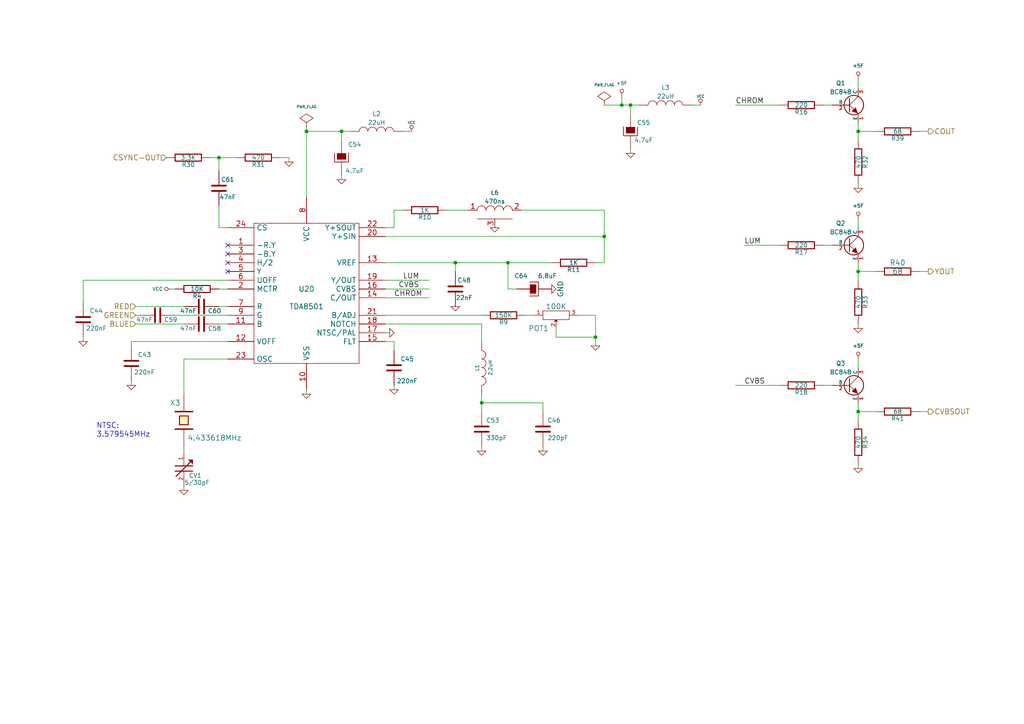
<source format=kicad_sch>
(kicad_sch (version 20250114) (generator "eeschema") (generator_version "9.0")
  (paper "A4")
  (title_block (title "Video") (date "Sun 22 Mar 2015") (rev "2.0B") (company "Kicad EDA"))
  (lib_symbols
    (symbol "video_schlib:+5F" (power) (pin_names (offset 0))
      (property "Value" "+5F" (at 0 2.54 0))
      (symbol "+5F_0_0"
        (pin power_in line (at 0 0 90) (length 0) (hide yes) (name "+5F") (number "1"))
      )
      (symbol "+5F_0_1"
        (circle (center 0 1.524) (radius 0.508))
        (polyline (pts (xy 0 0) (xy 0 1.016) (xy 0 1.016)))
      )
    )
    (symbol "video_schlib:C" (pin_numbers (hide yes)) (pin_names (offset 0.254))
      (property "Reference" "C" (at 0 2.54 0))
      (property "Value" "C" (at 0.1524 -2.159 0))
      (symbol "C_0_1"
        (polyline (pts (xy -2.032 0.762) (xy 2.032 0.762)) (stroke (width 0.508)))
        (polyline (pts (xy -2.032 -0.762) (xy 2.032 -0.762)) (stroke (width 0.508)))
      )
      (symbol "C_1_1"
        (pin passive line (at 0 5.08 270) (length 4.318) (name "~") (number "1"))
        (pin passive line (at 0 -5.08 90) (length 4.318) (name "~") (number "2"))
      )
    )
    (symbol "video_schlib:CP" (pin_numbers (hide yes)) (pin_names (offset 0.254) (hide yes))
      (property "Reference" "C" (at 1.27 2.54 0))
      (property "Value" "CP" (at 1.27 -2.54 0))
      (symbol "CP_0_1"
        (polyline (pts (xy -2.032 1.27) (xy -2.032 -1.27) (xy 2.032 -1.27) (xy 2.032 1.27)) (stroke (width 0.2032)))
        (polyline (pts (xy -1.27 1.27) (xy -1.27 -0.508) (xy 1.27 -0.508) (xy 1.27 1.27)) (fill (type outline)))
      )
      (symbol "CP_1_1"
        (pin passive line (at 0 5.08 270) (length 3.81) (name "~") (number "1"))
        (pin passive line (at 0 -5.08 90) (length 3.81) (name "~") (number "2"))
      )
    )
    (symbol "video_schlib:CRYSTAL" (pin_numbers (hide yes)) (pin_names (offset 1.016) (hide yes))
      (property "Reference" "X" (at 0 3.81 0))
      (property "Value" "CRYSTAL" (at 0 -3.81 0))
      (symbol "CRYSTAL_0_1"
        (polyline (pts (xy -2.54 2.54) (xy -2.54 -2.54)) (stroke (width 0.4064)))
        (polyline (pts (xy -1.27 1.27) (xy 1.27 1.27) (xy 1.27 -1.27) (xy -1.27 -1.27) (xy -1.27 1.27)) (stroke (width 0.3048)) (fill (type background)))
        (polyline (pts (xy 2.54 2.54) (xy 2.54 -2.54)) (stroke (width 0.4064)))
      )
      (symbol "CRYSTAL_1_1"
        (pin passive line (at -7.62 0 0) (length 5.08) (name "1") (number "1"))
        (pin passive line (at 7.62 0 180) (length 5.08) (name "2") (number "2"))
      )
    )
    (symbol "video_schlib:CTRIM" (pin_names (offset 0.254))
      (property "Reference" "C" (at 3.302 -2.032 0))
      (property "Value" "CTRIM" (at 3.81 -4.064 0))
      (symbol "CTRIM_0_1"
        (polyline (pts (xy -2.54 0.762) (xy 2.54 0.762)) (stroke (width 0.3048)))
        (polyline (pts (xy -2.54 -0.762) (xy 2.54 -0.762)) (stroke (width 0.3048)))
        (polyline (pts (xy -2.286 -2.286) (xy 1.905 1.905)) (stroke (width 0.3048)))
        (polyline (pts (xy 1.27 2.54) (xy 2.54 2.54) (xy 2.54 1.27)) (fill (type outline)))
      )
      (symbol "CTRIM_1_1"
        (pin passive line (at 0 5.08 270) (length 4.318) (name "~") (number "1"))
        (pin passive line (at 0 -5.08 90) (length 4.318) (name "~") (number "2"))
      )
    )
    (symbol "video_schlib:GND" (power) (pin_names (offset 0))
      (symbol "GND_0_1"
        (polyline (pts (xy -1.27 0) (xy 0 -1.27) (xy 1.27 0) (xy -1.27 0)))
      )
      (symbol "GND_1_1"
        (pin power_in line (at 0 0 90) (length 0) (hide yes) (name "GND") (number "1"))
      )
    )
    (symbol "video_schlib:INDUCTOR" (pin_numbers (hide yes)) (pin_names (offset 1.016) (hide yes))
      (property "Reference" "L" (at -1.27 0 90))
      (property "Value" "INDUCTOR" (at 2.54 0 90))
      (symbol "INDUCTOR_0_1"
        (arc (start 0.0254 4.9784) (mid 1.1942 3.7719) (end 0.0254 2.5654))
        (arc (start 0.0254 2.5908) (mid 1.2704 1.3081) (end 0.0254 0.0254))
        (arc (start 0.0254 0.0508) (mid 1.2704 -1.2319) (end 0.0254 -2.5146))
        (arc (start 0.0254 -2.54) (mid 1.245 -3.7973) (end 0.0254 -5.0546))
      )
      (symbol "INDUCTOR_1_1"
        (pin passive line (at 0 7.62 270) (length 2.54) (name "1") (number "1"))
        (pin passive line (at 0 -7.62 90) (length 2.54) (name "2") (number "2"))
      )
    )
    (symbol "video_schlib:LIGNE_A_RETARD" (pin_names (offset 1.016) (hide yes))
      (property "Reference" "L" (at 0 2.54 0))
      (property "Value" "LIGNE_A_RETARD" (at 0 -2.54 0))
      (symbol "LIGNE_A_RETARD_0_1"
        (polyline (pts (xy -2.54 5.08) (xy -2.54 -5.08)))
        (arc (start 1.27 3.81) (mid 0.8839 2.9337) (end 0 2.5654))
        (arc (start 1.27 1.27) (mid 0.8839 0.3937) (end 0 0.0254))
        (arc (start 1.27 -1.27) (mid 0.8839 -2.1463) (end 0 -2.5146))
        (arc (start 1.27 -3.81) (mid 0.8839 -4.6863) (end 0 -5.0546))
        (arc (start 0 5.08) (mid 0.898 4.708) (end 1.27 3.81))
        (arc (start 0 2.54) (mid 0.898 2.168) (end 1.27 1.27))
        (arc (start 0 0) (mid 0.898 -0.372) (end 1.27 -1.27))
        (arc (start 0 -2.54) (mid 0.898 -2.912) (end 1.27 -3.81))
      )
      (symbol "LIGNE_A_RETARD_1_1"
        (pin input line (at -5.08 0 0) (length 2.54) (name "COMMUN") (number "3"))
        (pin passive line (at 0 7.62 270) (length 2.54) (name "1") (number "1"))
        (pin passive line (at 0 -7.62 90) (length 2.54) (name "2") (number "2"))
      )
    )
    (symbol "video_schlib:NPN" (pin_names (offset 0))
      (property "Reference" "Q" (at 0 -3.81 0))
      (property "Value" "NPN" (at 0 3.81 0))
      (symbol "NPN_0_1"
        (polyline (pts (xy 0 1.905) (xy 0 -1.905) (xy 0 -1.905)) (stroke (width 0.254)))
        (polyline (pts (xy 0 0) (xy 2.54 2.54)))
        (circle (center 1.27 0) (radius 2.8194) (stroke (width 0.254)))
        (polyline (pts (xy 1.27 -1.27) (xy 0 0) (xy 0 0)))
        (polyline (pts (xy 2.286 -2.286) (xy 2.54 -2.54) (xy 2.54 -2.54)))
        (polyline (pts (xy 2.286 -2.286) (xy 1.778 -0.762) (xy 0.762 -1.778) (xy 2.286 -2.286) (xy 2.286 -2.286)) (fill (type outline)))
      )
      (symbol "NPN_1_1"
        (pin input line (at -5.08 0 0) (length 5.08) (name "B") (number "2"))
        (pin passive line (at 2.54 5.08 270) (length 2.54) (name "C") (number "3"))
        (pin passive line (at 2.54 -5.08 90) (length 2.54) (name "E") (number "1"))
      )
    )
    (symbol "video_schlib:POT" (pin_names (offset 1.016) (hide yes))
      (property "Reference" "RV" (at 0 -2.54 0))
      (property "Value" "POT" (at 0 0 0))
      (symbol "POT_0_1"
        (rectangle (start -3.81 1.27) (end 3.81 -1.27))
        (polyline (pts (xy 0 1.27) (xy -0.508 1.778) (xy 0.508 1.778)) (fill (type outline)))
      )
      (symbol "POT_1_1"
        (pin passive line (at -6.35 0 0) (length 2.54) (name "1") (number "1"))
        (pin passive line (at 0 3.81 270) (length 2.032) (name "2") (number "2"))
        (pin passive line (at 6.35 0 180) (length 2.54) (name "3") (number "3"))
      )
    )
    (symbol "video_schlib:PWR_FLAG" (power) (pin_numbers (hide yes)) (pin_names (offset 0) (hide yes))
      (property "Value" "PWR_FLAG" (at 0 4.572 0))
      (symbol "PWR_FLAG_0_0"
        (pin power_out line (at 0 0 90) (length 0) (name "pwr") (number "1"))
      )
      (symbol "PWR_FLAG_0_1"
        (polyline (pts (xy 0 0) (xy 0 1.27) (xy -1.905 2.54) (xy 0 3.81) (xy 1.905 2.54) (xy 0 1.27)))
      )
    )
    (symbol "video_schlib:R" (pin_numbers (hide yes)) (pin_names (offset 0))
      (property "Reference" "R" (at 2.032 0 90))
      (property "Value" "R" (at 0.1778 0.0254 90))
      (symbol "R_0_1"
        (rectangle (start -1.016 3.81) (end 1.016 -3.81) (stroke (width 0.3048)))
      )
      (symbol "R_1_1"
        (pin passive line (at 0 6.35 270) (length 2.54) (name "~") (number "1"))
        (pin passive line (at 0 -6.35 90) (length 2.54) (name "~") (number "2"))
      )
    )
    (symbol "video_schlib:TDA8501" (pin_names (offset 0.762))
      (property "Reference" "U" (at 8.89 24.13 0))
      (property "Value" "TDA8501" (at 8.89 -21.59 0))
      (symbol "TDA8501_0_1"
        (rectangle (start -15.24 21.59) (end 15.24 -19.05))
      )
      (symbol "TDA8501_1_1"
        (pin input line (at -22.86 20.32 0) (length 7.62) (name "CS") (number "24"))
        (pin input line (at -22.86 15.24 0) (length 7.62) (name "-R.Y") (number "1"))
        (pin input line (at -22.86 12.7 0) (length 7.62) (name "-B.Y") (number "3"))
        (pin bidirectional line (at -22.86 10.16 0) (length 7.62) (name "H/2") (number "4"))
        (pin input line (at -22.86 7.62 0) (length 7.62) (name "Y") (number "5"))
        (pin output line (at -22.86 5.08 0) (length 7.62) (name "UOFF") (number "6"))
        (pin input line (at -22.86 2.54 0) (length 7.62) (name "MCTR") (number "2"))
        (pin input line (at -22.86 -2.54 0) (length 7.62) (name "R") (number "7"))
        (pin input line (at -22.86 -5.08 0) (length 7.62) (name "G") (number "9"))
        (pin input line (at -22.86 -7.62 0) (length 7.62) (name "B") (number "11"))
        (pin output line (at -22.86 -12.7 0) (length 7.62) (name "VOFF") (number "12"))
        (pin output line (at -22.86 -17.78 0) (length 7.62) (name "OSC") (number "23"))
        (pin input line (at 0 29.21 270) (length 7.62) (name "VCC") (number "8"))
        (pin input line (at 0 -26.67 90) (length 7.62) (name "VSS") (number "10"))
        (pin output line (at 22.86 20.32 180) (length 7.62) (name "Y+SOUT") (number "22"))
        (pin input line (at 22.86 17.78 180) (length 7.62) (name "Y+SIN") (number "20"))
        (pin output line (at 22.86 10.16 180) (length 7.62) (name "VREF") (number "13"))
        (pin output line (at 22.86 5.08 180) (length 7.62) (name "Y/OUT") (number "19"))
        (pin output line (at 22.86 2.54 180) (length 7.62) (name "CVBS") (number "16"))
        (pin output line (at 22.86 0 180) (length 7.62) (name "C/OUT") (number "14"))
        (pin passive line (at 22.86 -5.08 180) (length 7.62) (name "B/ADJ") (number "21"))
        (pin input line (at 22.86 -7.62 180) (length 7.62) (name "NOTCH") (number "18"))
        (pin input line (at 22.86 -10.16 180) (length 7.62) (name "NTSC/PAL") (number "17"))
        (pin passive line (at 22.86 -12.7 180) (length 7.62) (name "FLT") (number "15"))
      )
    )
    (symbol "video_schlib:VCC" (power) (pin_names (offset 0))
      (property "Value" "VCC" (at 0 2.54 0))
      (symbol "VCC_0_0"
        (pin power_in line (at 0 0 90) (length 0) (hide yes) (name "VCC") (number "1"))
      )
      (symbol "VCC_0_1"
        (circle (center 0 1.27) (radius 0.508))
        (polyline (pts (xy 0 0) (xy 0 0.762) (xy 0 0.762)))
      )
    )
  )
  (text "3.579545MHz" (at 27.94 127 0) (effects (font (size 1.524 1.524)) (justify left bottom)))
  (text "NTSC:" (at 27.94 124.46 0) (effects (font (size 1.524 1.524)) (justify left bottom)))
  (junction (at 99.06 38.1) (diameter 0.9144))
  (junction (at 182.88 30.48) (diameter 0.9144))
  (junction (at 175.26 68.58) (diameter 0.9144))
  (junction (at 180.34 30.48) (diameter 0.9144))
  (junction (at 147.32 76.2) (diameter 0.9144))
  (junction (at 248.92 38.1) (diameter 0.9144))
  (junction (at 63.5 45.72) (diameter 0.9144))
  (junction (at 132.08 76.2) (diameter 0.9144))
  (junction (at 172.72 97.79) (diameter 0.9144))
  (junction (at 139.7 116.84) (diameter 0.9144))
  (junction (at 88.9 38.1) (diameter 0.9144))
  (junction (at 248.92 119.38) (diameter 0.9144))
  (junction (at 248.92 78.74) (diameter 0.9144))
  (no_connect (at 66.04 76.2))
  (no_connect (at 66.04 73.66))
  (no_connect (at 66.04 78.74))
  (no_connect (at 66.04 71.12))
  (wire (pts (xy 147.32 83.82) (xy 149.86 83.82)))
  (wire (pts (xy 66.04 81.28) (xy 24.13 81.28)))
  (wire (pts (xy 248.92 116.84) (xy 248.92 119.38)))
  (wire (pts (xy 139.7 93.98) (xy 139.7 99.06)))
  (wire (pts (xy 99.06 38.1) (xy 101.6 38.1)))
  (wire (pts (xy 111.76 83.82) (xy 124.46 83.82)))
  (wire (pts (xy 175.26 68.58) (xy 175.26 76.2)))
  (wire (pts (xy 38.1 99.06) (xy 66.04 99.06)))
  (wire (pts (xy 114.3 99.06) (xy 114.3 101.6)))
  (wire (pts (xy 248.92 76.2) (xy 248.92 78.74)))
  (wire (pts (xy 88.9 114.3) (xy 88.9 113.03)))
  (wire (pts (xy 38.1 111.76) (xy 38.1 110.49)))
  (wire (pts (xy 157.48 119.38) (xy 157.48 116.84)))
  (wire (pts (xy 132.08 76.2) (xy 132.08 78.74)))
  (wire (pts (xy 66.04 104.14) (xy 53.34 104.14)))
  (wire (pts (xy 180.34 30.48) (xy 182.88 30.48)))
  (wire (pts (xy 248.92 104.14) (xy 248.92 106.68)))
  (wire (pts (xy 53.34 130.81) (xy 53.34 129.54)))
  (wire (pts (xy 182.88 44.45) (xy 182.88 43.18)))
  (wire (pts (xy 266.7 119.38) (xy 269.24 119.38)))
  (wire (pts (xy 215.9 71.12) (xy 226.06 71.12)))
  (wire (pts (xy 116.84 60.96) (xy 114.3 60.96)))
  (wire (pts (xy 83.82 45.72) (xy 81.28 45.72)))
  (wire (pts (xy 111.76 86.36) (xy 124.46 86.36)))
  (wire (pts (xy 175.26 60.96) (xy 175.26 68.58)))
  (wire (pts (xy 147.32 76.2) (xy 147.32 83.82)))
  (wire (pts (xy 172.72 97.79) (xy 172.72 91.44)))
  (wire (pts (xy 248.92 22.86) (xy 248.92 25.4)))
  (wire (pts (xy 88.9 36.83) (xy 88.9 38.1)))
  (wire (pts (xy 139.7 114.3) (xy 139.7 116.84)))
  (wire (pts (xy 111.76 76.2) (xy 132.08 76.2)))
  (wire (pts (xy 157.48 116.84) (xy 139.7 116.84)))
  (wire (pts (xy 40.64 91.44) (xy 39.37 91.44)))
  (wire (pts (xy 99.06 38.1) (xy 99.06 40.64)))
  (wire (pts (xy 248.92 119.38) (xy 248.92 121.92)))
  (wire (pts (xy 88.9 38.1) (xy 88.9 57.15)))
  (wire (pts (xy 248.92 63.5) (xy 248.92 66.04)))
  (wire (pts (xy 88.9 38.1) (xy 99.06 38.1)))
  (wire (pts (xy 99.06 52.07) (xy 99.06 50.8)))
  (wire (pts (xy 66.04 88.9) (xy 63.5 88.9)))
  (wire (pts (xy 24.13 99.06) (xy 24.13 97.79)))
  (wire (pts (xy 161.29 97.79) (xy 172.72 97.79)))
  (wire (pts (xy 63.5 45.72) (xy 68.58 45.72)))
  (wire (pts (xy 266.7 78.74) (xy 269.24 78.74)))
  (wire (pts (xy 114.3 113.03) (xy 114.3 111.76)))
  (wire (pts (xy 114.3 60.96) (xy 114.3 66.04)))
  (wire (pts (xy 161.29 95.25) (xy 161.29 97.79)))
  (wire (pts (xy 114.3 66.04) (xy 111.76 66.04)))
  (wire (pts (xy 111.76 81.28) (xy 124.46 81.28)))
  (wire (pts (xy 49.53 83.82) (xy 50.8 83.82)))
  (wire (pts (xy 213.36 111.76) (xy 226.06 111.76)))
  (wire (pts (xy 182.88 30.48) (xy 182.88 33.02)))
  (wire (pts (xy 152.4 91.44) (xy 154.94 91.44)))
  (wire (pts (xy 248.92 38.1) (xy 254 38.1)))
  (wire (pts (xy 63.5 66.04) (xy 66.04 66.04)))
  (wire (pts (xy 172.72 91.44) (xy 167.64 91.44)))
  (wire (pts (xy 116.84 38.1) (xy 119.38 38.1)))
  (wire (pts (xy 111.76 93.98) (xy 139.7 93.98)))
  (wire (pts (xy 139.7 130.81) (xy 139.7 129.54)))
  (wire (pts (xy 113.03 96.52) (xy 111.76 96.52)))
  (wire (pts (xy 53.34 93.98) (xy 39.37 93.98)))
  (wire (pts (xy 132.08 76.2) (xy 147.32 76.2)))
  (wire (pts (xy 248.92 38.1) (xy 248.92 40.64)))
  (wire (pts (xy 248.92 35.56) (xy 248.92 38.1)))
  (wire (pts (xy 248.92 78.74) (xy 248.92 81.28)))
  (wire (pts (xy 175.26 76.2) (xy 172.72 76.2)))
  (wire (pts (xy 238.76 71.12) (xy 241.3 71.12)))
  (wire (pts (xy 269.24 38.1) (xy 266.7 38.1)))
  (wire (pts (xy 53.34 88.9) (xy 39.37 88.9)))
  (wire (pts (xy 63.5 45.72) (xy 63.5 49.53)))
  (wire (pts (xy 66.04 93.98) (xy 63.5 93.98)))
  (wire (pts (xy 111.76 99.06) (xy 114.3 99.06)))
  (wire (pts (xy 66.04 91.44) (xy 50.8 91.44)))
  (wire (pts (xy 248.92 95.25) (xy 248.92 93.98)))
  (wire (pts (xy 238.76 111.76) (xy 241.3 111.76)))
  (wire (pts (xy 248.92 135.89) (xy 248.92 134.62)))
  (wire (pts (xy 83.82 46.99) (xy 83.82 45.72)))
  (wire (pts (xy 151.13 60.96) (xy 175.26 60.96)))
  (wire (pts (xy 200.66 30.48) (xy 203.2 30.48)))
  (wire (pts (xy 63.5 59.69) (xy 63.5 66.04)))
  (wire (pts (xy 24.13 81.28) (xy 24.13 87.63)))
  (wire (pts (xy 248.92 54.61) (xy 248.92 53.34)))
  (wire (pts (xy 248.92 78.74) (xy 254 78.74)))
  (wire (pts (xy 213.36 30.48) (xy 226.06 30.48)))
  (wire (pts (xy 111.76 91.44) (xy 139.7 91.44)))
  (wire (pts (xy 147.32 76.2) (xy 160.02 76.2)))
  (wire (pts (xy 111.76 68.58) (xy 175.26 68.58)))
  (wire (pts (xy 172.72 100.33) (xy 172.72 97.79)))
  (wire (pts (xy 38.1 100.33) (xy 38.1 99.06)))
  (wire (pts (xy 248.92 119.38) (xy 254 119.38)))
  (wire (pts (xy 180.34 30.48) (xy 180.34 27.94)))
  (wire (pts (xy 238.76 30.48) (xy 241.3 30.48)))
  (wire (pts (xy 63.5 83.82) (xy 66.04 83.82)))
  (wire (pts (xy 60.96 45.72) (xy 63.5 45.72)))
  (wire (pts (xy 182.88 30.48) (xy 185.42 30.48)))
  (wire (pts (xy 139.7 116.84) (xy 139.7 119.38)))
  (wire (pts (xy 53.34 104.14) (xy 53.34 114.3)))
  (wire (pts (xy 129.54 60.96) (xy 135.89 60.96)))
  (wire (pts (xy 175.26 30.48) (xy 180.34 30.48)))
  (wire (pts (xy 53.34 142.24) (xy 53.34 140.97)))
  (wire (pts (xy 157.48 129.54) (xy 157.48 130.81)))
  (label "CHROM" (at 114.3 86.36 0) (effects (font (size 1.524 1.524))))
  (label "LUM" (at 116.84 81.28 0) (effects (font (size 1.524 1.524))))
  (label "CVBS" (at 115.57 83.82 0) (effects (font (size 1.524 1.524))))
  (label "CVBS" (at 215.9 111.76 0) (effects (font (size 1.524 1.524))))
  (label "LUM" (at 215.9 71.12 0) (effects (font (size 1.524 1.524))))
  (label "CHROM" (at 213.36 30.48 0) (effects (font (size 1.524 1.524))))
  (hierarchical_label "BLUE" (shape input) (at 39.37 93.98 180) (effects (font (size 1.524 1.524))))
  (hierarchical_label "COUT" (shape output) (at 269.24 38.1 0) (effects (font (size 1.524 1.524))))
  (hierarchical_label "CVBSOUT" (shape output) (at 269.24 119.38 0) (effects (font (size 1.524 1.524))))
  (hierarchical_label "CSYNC-OUT" (shape input) (at 48.26 45.72 180) (effects (font (size 1.524 1.524))))
  (hierarchical_label "YOUT" (shape output) (at 269.24 78.74 0) (effects (font (size 1.524 1.524))))
  (hierarchical_label "RED" (shape input) (at 39.37 88.9 180) (effects (font (size 1.524 1.524))))
  (hierarchical_label "GREEN" (shape input) (at 39.37 91.44 180) (effects (font (size 1.524 1.524))))
  (symbol (lib_id "video_schlib:TDA8501") (at 88.9 86.36 0) (unit 1)
    (property "Reference" "U20" (at 88.9 83.82 0) (effects (font (size 1.524 1.524))))
    (property "Value" "TDA8501" (at 88.9 88.9 0) (effects (font (size 1.524 1.524))))
    (property "Footprint" "Package_SO:SOIC-24W_7.5x15.4mm_P1.27mm" (effects (hide yes)))
  )
  (symbol (lib_id "video_schlib:C") (at 58.42 93.98 270) (unit 1)
    (property "Reference" "C58" (at 62.23 95.25 90))
    (property "Value" "47nF" (at 54.61 95.25 90))
    (property "Footprint" "Resistor_SMD:R_1206_3216Metric_Pad1.24x1.80mm_HandSolder" (effects (hide yes)))
  )
  (symbol (lib_id "video_schlib:C") (at 45.72 91.44 270) (unit 1)
    (property "Reference" "C59" (at 49.53 92.71 90))
    (property "Value" "47nF" (at 41.91 92.71 90))
    (property "Footprint" "Resistor_SMD:R_1206_3216Metric_Pad1.24x1.80mm_HandSolder" (effects (hide yes)))
  )
  (symbol (lib_id "video_schlib:C") (at 58.42 88.9 270) (unit 1)
    (property "Reference" "C60" (at 62.23 90.17 90))
    (property "Value" "47nF" (at 54.61 90.17 90))
    (property "Footprint" "Resistor_SMD:R_1206_3216Metric_Pad1.24x1.80mm_HandSolder" (effects (hide yes)))
  )
  (symbol (lib_id "video_schlib:GND") (at 88.9 114.3 0) (unit 1)
    (property "Reference" "#GND012" (effects (hide yes)))
    (property "Value" "GND" (effects (hide yes)))
  )
  (symbol (lib_id "video_schlib:INDUCTOR") (at 109.22 38.1 270) (mirror x) (unit 1)
    (property "Reference" "L2" (at 109.22 33.02 90))
    (property "Value" "22uH" (at 109.22 35.56 90))
    (property "Footprint" "Resistor_SMD:R_1812_4532Metric_Pad1.24x3.50mm_HandSolder" (effects (hide yes)))
  )
  (symbol (lib_id "video_schlib:CP") (at 99.06 45.72 0) (unit 1)
    (property "Reference" "C54" (at 102.87 41.91 0))
    (property "Value" "4.7uF" (at 102.87 49.53 0))
    (property "Footprint" "Resistor_SMD:R_1206_3216Metric_Pad1.24x1.80mm_HandSolder" (effects (hide yes)))
  )
  (symbol (lib_id "video_schlib:GND") (at 99.06 52.07 0) (unit 1)
    (property "Reference" "#GND013" (effects (hide yes)))
    (property "Value" "GND" (effects (hide yes)))
  )
  (symbol (lib_id "video_schlib:R") (at 123.19 60.96 270) (unit 1)
    (property "Reference" "R10" (at 123.19 62.992 90))
    (property "Value" "1K" (at 123.19 60.96 90))
    (property "Footprint" "Resistor_SMD:R_1206_3216Metric_Pad1.24x1.80mm_HandSolder" (effects (hide yes)))
  )
  (symbol (lib_id "video_schlib:C") (at 63.5 54.61 0) (unit 1)
    (property "Reference" "C61" (at 66.04 52.07 0))
    (property "Value" "47nF" (at 66.04 57.15 0))
    (property "Footprint" "Resistor_SMD:R_1206_3216Metric_Pad1.24x1.80mm_HandSolder" (effects (hide yes)))
  )
  (symbol (lib_id "video_schlib:C") (at 38.1 105.41 0) (unit 1)
    (property "Reference" "C43" (at 41.91 102.87 0))
    (property "Value" "220nF" (at 41.91 107.95 0))
    (property "Footprint" "Resistor_SMD:R_1206_3216Metric_Pad1.24x1.80mm_HandSolder" (effects (hide yes)))
  )
  (symbol (lib_id "video_schlib:GND") (at 38.1 111.76 0) (unit 1)
    (property "Reference" "#GND014" (effects (hide yes)))
    (property "Value" "GND" (effects (hide yes)))
  )
  (symbol (lib_id "video_schlib:C") (at 24.13 92.71 0) (unit 1)
    (property "Reference" "C44" (at 27.94 90.17 0))
    (property "Value" "220nF" (at 27.94 95.25 0))
    (property "Footprint" "Resistor_SMD:R_1206_3216Metric_Pad1.24x1.80mm_HandSolder" (effects (hide yes)))
  )
  (symbol (lib_id "video_schlib:GND") (at 24.13 99.06 0) (unit 1)
    (property "Reference" "#GND015" (effects (hide yes)))
    (property "Value" "GND" (effects (hide yes)))
  )
  (symbol (lib_id "video_schlib:CRYSTAL") (at 53.34 121.92 90) (unit 1)
    (property "Reference" "X3" (at 50.8 116.84 90) (effects (font (size 1.524 1.524))))
    (property "Value" "4.433618MHz" (at 62.23 127 90) (effects (font (size 1.524 1.524))))
    (property "Footprint" "Crystal:Crystal_HC18-U_Horizontal" (effects (hide yes)))
  )
  (symbol (lib_id "video_schlib:CTRIM") (at 53.34 135.89 0) (unit 1)
    (property "Reference" "CV1" (at 56.642 137.922 0))
    (property "Value" "5/30pF" (at 57.15 139.954 0))
    (property "Footprint" "Discret:CV3-30PF" (effects (hide yes)))
  )
  (symbol (lib_id "video_schlib:GND") (at 53.34 142.24 0) (unit 1)
    (property "Reference" "#GND016" (effects (hide yes)))
    (property "Value" "GND" (effects (hide yes)))
  )
  (symbol (lib_id "video_schlib:R") (at 166.37 76.2 270) (unit 1)
    (property "Reference" "R11" (at 166.37 78.232 90))
    (property "Value" "1K" (at 166.37 76.2 90))
    (property "Footprint" "Resistor_SMD:R_1206_3216Metric_Pad1.24x1.80mm_HandSolder" (effects (hide yes)))
  )
  (symbol (lib_id "video_schlib:CP") (at 154.94 83.82 90) (unit 1)
    (property "Reference" "C64" (at 151.13 80.01 90))
    (property "Value" "6,8uF" (at 158.75 80.01 90))
    (property "Footprint" "Resistor_SMD:R_1210_3225Metric_Pad1.24x2.70mm_HandSolder" (effects (hide yes)))
  )
  (symbol (lib_id "video_schlib:GND") (at 160.02 83.82 90) (unit 1)
    (property "Reference" "#GND017" (effects (hide yes)))
    (property "Value" "GND" (at 162.56 83.82 0) (effects (font (size 1.524 1.524))))
  )
  (symbol (lib_id "video_schlib:C") (at 132.08 83.82 180) (unit 1)
    (property "Reference" "C48" (at 134.62 81.28 0))
    (property "Value" "22nF" (at 134.62 86.36 0))
    (property "Footprint" "Resistor_SMD:R_1206_3216Metric_Pad1.24x1.80mm_HandSolder" (effects (hide yes)))
  )
  (symbol (lib_id "video_schlib:GND") (at 132.08 88.9 0) (unit 1)
    (property "Reference" "#GND018" (effects (hide yes)))
    (property "Value" "GND" (effects (hide yes)))
  )
  (symbol (lib_id "video_schlib:C") (at 114.3 106.68 0) (unit 1)
    (property "Reference" "C45" (at 118.11 104.14 0))
    (property "Value" "220nF" (at 118.11 110.49 0))
    (property "Footprint" "Resistor_SMD:R_1206_3216Metric_Pad1.24x1.80mm_HandSolder" (effects (hide yes)))
  )
  (symbol (lib_id "video_schlib:GND") (at 114.3 113.03 0) (unit 1)
    (property "Reference" "#GND019" (effects (hide yes)))
    (property "Value" "GND" (effects (hide yes)))
  )
  (symbol (lib_id "video_schlib:R") (at 74.93 45.72 270) (unit 1)
    (property "Reference" "R31" (at 74.93 47.752 90))
    (property "Value" "470" (at 74.93 45.72 90))
    (property "Footprint" "Resistor_SMD:R_1206_3216Metric_Pad1.24x1.80mm_HandSolder" (effects (hide yes)))
  )
  (symbol (lib_id "video_schlib:R") (at 54.61 45.72 270) (unit 1)
    (property "Reference" "R30" (at 54.61 47.752 90))
    (property "Value" "3,3K" (at 54.61 45.72 90))
    (property "Footprint" "Resistor_SMD:R_1206_3216Metric_Pad1.24x1.80mm_HandSolder" (effects (hide yes)))
  )
  (symbol (lib_id "video_schlib:GND") (at 83.82 46.99 0) (unit 1)
    (property "Reference" "#GND020" (effects (hide yes)))
    (property "Value" "GND" (effects (hide yes)))
  )
  (symbol (lib_id "video_schlib:INDUCTOR") (at 139.7 106.68 0) (unit 1)
    (property "Reference" "L1" (at 138.43 106.68 90) (effects (font (size 1.016 1.016))))
    (property "Value" "2,2uH" (at 142.24 106.68 90) (effects (font (size 1.016 1.016))))
    (property "Footprint" "Resistor_SMD:R_1812_4532Metric_Pad1.24x3.50mm_HandSolder" (effects (hide yes)))
  )
  (symbol (lib_id "video_schlib:C") (at 139.7 124.46 0) (unit 1)
    (property "Reference" "C53" (at 140.97 121.92 0) (effects (justify left)))
    (property "Value" "330pF" (at 140.97 127 0) (effects (justify left)))
    (property "Footprint" "Resistor_SMD:R_1206_3216Metric_Pad1.24x1.80mm_HandSolder" (effects (hide yes)))
  )
  (symbol (lib_id "video_schlib:C") (at 157.48 124.46 0) (unit 1)
    (property "Reference" "C46" (at 158.75 121.92 0) (effects (justify left)))
    (property "Value" "220pF" (at 158.75 127 0) (effects (justify left)))
    (property "Footprint" "Resistor_SMD:R_1206_3216Metric_Pad1.24x1.80mm_HandSolder" (effects (hide yes)))
  )
  (symbol (lib_id "video_schlib:GND") (at 139.7 130.81 0) (unit 1)
    (property "Reference" "#GND021" (effects (hide yes)))
    (property "Value" "GND" (effects (hide yes)))
  )
  (symbol (lib_id "video_schlib:GND") (at 157.48 130.81 0) (unit 1)
    (property "Reference" "#GND022" (effects (hide yes)))
    (property "Value" "GND" (effects (hide yes)))
  )
  (symbol (lib_id "video_schlib:NPN") (at 246.38 30.48 0) (unit 1)
    (property "Reference" "Q1" (at 243.84 24.13 0))
    (property "Value" "BC848" (at 243.84 26.67 0))
    (property "Footprint" "lib_smd:SOT23EBC" (effects (hide yes)))
  )
  (symbol (lib_id "video_schlib:R") (at 232.41 30.48 270) (unit 1)
    (property "Reference" "R16" (at 232.41 32.512 90))
    (property "Value" "220" (at 232.41 30.48 90))
    (property "Footprint" "Resistor_SMD:R_1206_3216Metric_Pad1.24x1.80mm_HandSolder" (effects (hide yes)))
  )
  (symbol (lib_id "video_schlib:R") (at 248.92 46.99 0) (unit 1)
    (property "Reference" "R32" (at 250.952 46.99 90))
    (property "Value" "470" (at 248.92 46.99 90))
    (property "Footprint" "Resistor_SMD:R_1206_3216Metric_Pad1.24x1.80mm_HandSolder" (effects (hide yes)))
  )
  (symbol (lib_id "video_schlib:R") (at 260.35 38.1 270) (unit 1)
    (property "Reference" "R39" (at 260.35 40.132 90))
    (property "Value" "68" (at 260.35 38.1 90))
    (property "Footprint" "Resistor_SMD:R_1206_3216Metric_Pad1.24x1.80mm_HandSolder" (effects (hide yes)))
  )
  (symbol (lib_id "video_schlib:GND") (at 248.92 54.61 0) (unit 1)
    (property "Reference" "#GND023" (effects (hide yes)))
    (property "Value" "GND" (effects (hide yes)))
  )
  (symbol (lib_id "video_schlib:INDUCTOR") (at 193.04 30.48 270) (mirror x) (unit 1)
    (property "Reference" "L3" (at 193.04 25.4 90))
    (property "Value" "22uH" (at 193.04 27.94 90))
    (property "Footprint" "Resistor_SMD:R_1812_4532Metric_Pad1.24x3.50mm_HandSolder" (effects (hide yes)))
  )
  (symbol (lib_id "video_schlib:CP") (at 182.88 38.1 0) (unit 1)
    (property "Reference" "C55" (at 186.69 35.56 0))
    (property "Value" "4.7uF" (at 186.69 40.64 0))
    (property "Footprint" "Resistor_SMD:R_1210_3225Metric_Pad1.24x2.70mm_HandSolder" (effects (hide yes)))
  )
  (symbol (lib_id "video_schlib:GND") (at 182.88 44.45 0) (unit 1)
    (property "Reference" "#GND024" (effects (hide yes)))
    (property "Value" "GND" (effects (hide yes)))
  )
  (symbol (lib_id "video_schlib:NPN") (at 246.38 71.12 0) (unit 1)
    (property "Reference" "Q2" (at 243.84 64.77 0))
    (property "Value" "BC848" (at 243.84 67.31 0))
    (property "Footprint" "lib_smd:SOT23EBC" (effects (hide yes)))
  )
  (symbol (lib_id "video_schlib:GND") (at 248.92 95.25 0) (unit 1)
    (property "Reference" "#GND025" (effects (hide yes)))
    (property "Value" "GND" (effects (hide yes)))
  )
  (symbol (lib_id "video_schlib:R") (at 248.92 87.63 0) (unit 1)
    (property "Reference" "R33" (at 250.952 87.63 90))
    (property "Value" "470" (at 248.92 87.63 90))
    (property "Footprint" "Resistor_SMD:R_1206_3216Metric_Pad1.24x1.80mm_HandSolder" (effects (hide yes)))
  )
  (symbol (lib_id "video_schlib:R") (at 260.35 78.74 90) (unit 1)
    (property "Reference" "R40" (at 260.35 76.2 90) (effects (font (size 1.524 1.524))))
    (property "Value" "68" (at 260.35 78.74 90) (effects (font (size 1.524 1.524))))
    (property "Footprint" "Resistor_SMD:R_1206_3216Metric_Pad1.24x1.80mm_HandSolder" (effects (hide yes)))
  )
  (symbol (lib_id "video_schlib:R") (at 232.41 71.12 270) (unit 1)
    (property "Reference" "R17" (at 232.41 73.152 90))
    (property "Value" "220" (at 232.41 71.12 90))
    (property "Footprint" "Resistor_SMD:R_1206_3216Metric_Pad1.24x1.80mm_HandSolder" (effects (hide yes)))
  )
  (symbol (lib_id "video_schlib:NPN") (at 246.38 111.76 0) (unit 1)
    (property "Reference" "Q3" (at 243.84 105.41 0))
    (property "Value" "BC848" (at 243.84 107.95 0))
    (property "Footprint" "lib_smd:SOT23EBC" (effects (hide yes)))
  )
  (symbol (lib_id "video_schlib:GND") (at 248.92 135.89 0) (unit 1)
    (property "Reference" "#GND026" (effects (hide yes)))
    (property "Value" "GND" (effects (hide yes)))
  )
  (symbol (lib_id "video_schlib:R") (at 248.92 128.27 0) (unit 1)
    (property "Reference" "R34" (at 250.952 128.27 90))
    (property "Value" "470" (at 248.92 128.27 90))
    (property "Footprint" "Resistor_SMD:R_1206_3216Metric_Pad1.24x1.80mm_HandSolder" (effects (hide yes)))
  )
  (symbol (lib_id "video_schlib:R") (at 260.35 119.38 270) (unit 1)
    (property "Reference" "R41" (at 260.35 121.412 90))
    (property "Value" "68" (at 260.35 119.38 90))
    (property "Footprint" "Resistor_SMD:R_1206_3216Metric_Pad1.24x1.80mm_HandSolder" (effects (hide yes)))
  )
  (symbol (lib_id "video_schlib:R") (at 232.41 111.76 270) (unit 1)
    (property "Reference" "R18" (at 232.41 113.792 90))
    (property "Value" "220" (at 232.41 111.76 90))
    (property "Footprint" "Resistor_SMD:R_1206_3216Metric_Pad1.24x1.80mm_HandSolder" (effects (hide yes)))
  )
  (symbol (lib_id "video_schlib:R") (at 146.05 91.44 270) (unit 1)
    (property "Reference" "R9" (at 146.05 93.472 90))
    (property "Value" "150K" (at 146.05 91.44 90))
    (property "Footprint" "Resistor_SMD:R_1206_3216Metric_Pad1.24x1.80mm_HandSolder" (effects (hide yes)))
  )
  (symbol (lib_id "video_schlib:POT") (at 161.29 91.44 0) (mirror x) (unit 1)
    (property "Reference" "POT1" (at 156.21 95.25 0) (effects (font (size 1.524 1.524))))
    (property "Value" "100K" (at 161.29 88.9 0) (effects (font (size 1.524 1.524))))
    (property "Footprint" "lib_smd:POT_CMS" (effects (hide yes)))
  )
  (symbol (lib_id "video_schlib:GND") (at 172.72 100.33 0) (unit 1)
    (property "Reference" "#GND027" (effects (hide yes)))
    (property "Value" "GND" (effects (hide yes)))
  )
  (symbol (lib_id "video_schlib:R") (at 57.15 83.82 270) (unit 1)
    (property "Reference" "R4" (at 57.15 85.852 90))
    (property "Value" "10K" (at 57.15 83.82 90))
    (property "Footprint" "Resistor_SMD:R_1206_3216Metric_Pad1.24x1.80mm_HandSolder" (effects (hide yes)))
  )
  (symbol (lib_id "video_schlib:VCC") (at 49.53 83.82 90) (unit 1)
    (property "Reference" "#PWR011" (effects (hide yes)))
    (property "Value" "VCC" (at 45.72 83.82 90) (effects (font (size 1.016 1.016))))
  )
  (symbol (lib_id "video_schlib:GND") (at 113.03 96.52 90) (unit 1)
    (property "Reference" "#PWR010" (effects (hide yes)))
    (property "Value" "GND" (effects (hide yes)))
  )
  (symbol (lib_id "video_schlib:LIGNE_A_RETARD") (at 143.51 60.96 90) (unit 1)
    (property "Reference" "L6" (at 143.51 55.88 90))
    (property "Value" "470ns" (at 143.51 58.42 90))
    (property "Footprint" "footprints:LRTDK" (effects (hide yes)))
  )
  (symbol (lib_id "video_schlib:GND") (at 143.51 66.04 0) (unit 1)
    (property "Reference" "#PWR09" (effects (hide yes)))
    (property "Value" "GND" (effects (hide yes)))
  )
  (symbol (lib_id "video_schlib:PWR_FLAG") (at 175.26 30.48 0) (unit 1)
    (property "Reference" "#FLG08" (effects (hide yes)))
    (property "Value" "PWR_FLAG" (at 175.26 24.638 0) (effects (font (size 0.762 0.762))))
  )
  (symbol (lib_id "video_schlib:PWR_FLAG") (at 88.9 36.83 0) (unit 1)
    (property "Reference" "#FLG07" (effects (hide yes)))
    (property "Value" "PWR_FLAG" (at 88.9 30.988 0) (effects (font (size 0.762 0.762))))
  )
  (symbol (lib_id "video_schlib:VCC") (at 203.2 30.48 0) (unit 1)
    (property "Reference" "#VCC033" (effects (hide yes)))
    (property "Value" "VCC" (at 203.2 27.94 0) (effects (font (size 0.762 0.762))))
  )
  (symbol (lib_id "video_schlib:+5F") (at 248.92 104.14 0) (unit 1)
    (property "Reference" "#+032" (effects (hide yes)))
    (property "Value" "+5F" (at 248.92 100.33 0) (effects (font (size 1.016 1.016))))
  )
  (symbol (lib_id "video_schlib:+5F") (at 248.92 63.5 0) (unit 1)
    (property "Reference" "#+031" (effects (hide yes)))
    (property "Value" "+5F" (at 248.92 59.69 0) (effects (font (size 1.016 1.016))))
  )
  (symbol (lib_id "video_schlib:+5F") (at 180.34 27.94 0) (unit 1)
    (property "Reference" "#+030" (effects (hide yes)))
    (property "Value" "+5F" (at 180.34 24.13 0) (effects (font (size 1.016 1.016))))
  )
  (symbol (lib_id "video_schlib:+5F") (at 248.92 22.86 0) (unit 1)
    (property "Reference" "#+029" (effects (hide yes)))
    (property "Value" "+5F" (at 248.92 19.05 0) (effects (font (size 1.016 1.016))))
  )
  (symbol (lib_id "video_schlib:VCC") (at 119.38 38.1 0) (unit 1)
    (property "Reference" "#VCC028" (effects (hide yes)))
    (property "Value" "VCC" (at 119.38 35.56 0) (effects (font (size 0.762 0.762))))
  )
)
</source>
